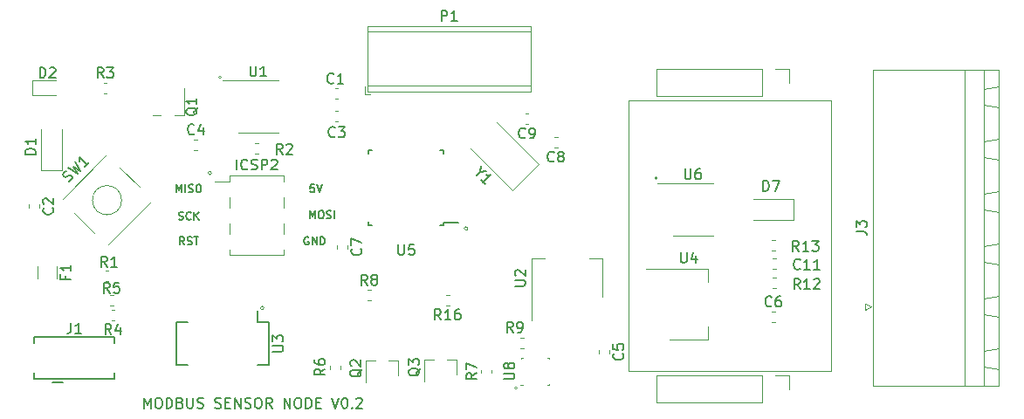
<source format=gbr>
G04 #@! TF.GenerationSoftware,KiCad,Pcbnew,(5.1.5)-3*
G04 #@! TF.CreationDate,2020-09-22T11:09:55+01:00*
G04 #@! TF.ProjectId,sensor_node_PCB,73656e73-6f72-45f6-9e6f-64655f504342,rev?*
G04 #@! TF.SameCoordinates,Original*
G04 #@! TF.FileFunction,Legend,Top*
G04 #@! TF.FilePolarity,Positive*
%FSLAX46Y46*%
G04 Gerber Fmt 4.6, Leading zero omitted, Abs format (unit mm)*
G04 Created by KiCad (PCBNEW (5.1.5)-3) date 2020-09-22 11:09:55*
%MOMM*%
%LPD*%
G04 APERTURE LIST*
%ADD10C,0.150000*%
%ADD11C,0.120000*%
%ADD12C,0.100000*%
G04 APERTURE END LIST*
D10*
X121762571Y-125674380D02*
X121762571Y-124674380D01*
X122095904Y-125388666D01*
X122429238Y-124674380D01*
X122429238Y-125674380D01*
X123095904Y-124674380D02*
X123286380Y-124674380D01*
X123381619Y-124722000D01*
X123476857Y-124817238D01*
X123524476Y-125007714D01*
X123524476Y-125341047D01*
X123476857Y-125531523D01*
X123381619Y-125626761D01*
X123286380Y-125674380D01*
X123095904Y-125674380D01*
X123000666Y-125626761D01*
X122905428Y-125531523D01*
X122857809Y-125341047D01*
X122857809Y-125007714D01*
X122905428Y-124817238D01*
X123000666Y-124722000D01*
X123095904Y-124674380D01*
X123953047Y-125674380D02*
X123953047Y-124674380D01*
X124191142Y-124674380D01*
X124334000Y-124722000D01*
X124429238Y-124817238D01*
X124476857Y-124912476D01*
X124524476Y-125102952D01*
X124524476Y-125245809D01*
X124476857Y-125436285D01*
X124429238Y-125531523D01*
X124334000Y-125626761D01*
X124191142Y-125674380D01*
X123953047Y-125674380D01*
X125286380Y-125150571D02*
X125429238Y-125198190D01*
X125476857Y-125245809D01*
X125524476Y-125341047D01*
X125524476Y-125483904D01*
X125476857Y-125579142D01*
X125429238Y-125626761D01*
X125334000Y-125674380D01*
X124953047Y-125674380D01*
X124953047Y-124674380D01*
X125286380Y-124674380D01*
X125381619Y-124722000D01*
X125429238Y-124769619D01*
X125476857Y-124864857D01*
X125476857Y-124960095D01*
X125429238Y-125055333D01*
X125381619Y-125102952D01*
X125286380Y-125150571D01*
X124953047Y-125150571D01*
X125953047Y-124674380D02*
X125953047Y-125483904D01*
X126000666Y-125579142D01*
X126048285Y-125626761D01*
X126143523Y-125674380D01*
X126334000Y-125674380D01*
X126429238Y-125626761D01*
X126476857Y-125579142D01*
X126524476Y-125483904D01*
X126524476Y-124674380D01*
X126953047Y-125626761D02*
X127095904Y-125674380D01*
X127334000Y-125674380D01*
X127429238Y-125626761D01*
X127476857Y-125579142D01*
X127524476Y-125483904D01*
X127524476Y-125388666D01*
X127476857Y-125293428D01*
X127429238Y-125245809D01*
X127334000Y-125198190D01*
X127143523Y-125150571D01*
X127048285Y-125102952D01*
X127000666Y-125055333D01*
X126953047Y-124960095D01*
X126953047Y-124864857D01*
X127000666Y-124769619D01*
X127048285Y-124722000D01*
X127143523Y-124674380D01*
X127381619Y-124674380D01*
X127524476Y-124722000D01*
X128667333Y-125626761D02*
X128810190Y-125674380D01*
X129048285Y-125674380D01*
X129143523Y-125626761D01*
X129191142Y-125579142D01*
X129238761Y-125483904D01*
X129238761Y-125388666D01*
X129191142Y-125293428D01*
X129143523Y-125245809D01*
X129048285Y-125198190D01*
X128857809Y-125150571D01*
X128762571Y-125102952D01*
X128714952Y-125055333D01*
X128667333Y-124960095D01*
X128667333Y-124864857D01*
X128714952Y-124769619D01*
X128762571Y-124722000D01*
X128857809Y-124674380D01*
X129095904Y-124674380D01*
X129238761Y-124722000D01*
X129667333Y-125150571D02*
X130000666Y-125150571D01*
X130143523Y-125674380D02*
X129667333Y-125674380D01*
X129667333Y-124674380D01*
X130143523Y-124674380D01*
X130572095Y-125674380D02*
X130572095Y-124674380D01*
X131143523Y-125674380D01*
X131143523Y-124674380D01*
X131572095Y-125626761D02*
X131714952Y-125674380D01*
X131953047Y-125674380D01*
X132048285Y-125626761D01*
X132095904Y-125579142D01*
X132143523Y-125483904D01*
X132143523Y-125388666D01*
X132095904Y-125293428D01*
X132048285Y-125245809D01*
X131953047Y-125198190D01*
X131762571Y-125150571D01*
X131667333Y-125102952D01*
X131619714Y-125055333D01*
X131572095Y-124960095D01*
X131572095Y-124864857D01*
X131619714Y-124769619D01*
X131667333Y-124722000D01*
X131762571Y-124674380D01*
X132000666Y-124674380D01*
X132143523Y-124722000D01*
X132762571Y-124674380D02*
X132953047Y-124674380D01*
X133048285Y-124722000D01*
X133143523Y-124817238D01*
X133191142Y-125007714D01*
X133191142Y-125341047D01*
X133143523Y-125531523D01*
X133048285Y-125626761D01*
X132953047Y-125674380D01*
X132762571Y-125674380D01*
X132667333Y-125626761D01*
X132572095Y-125531523D01*
X132524476Y-125341047D01*
X132524476Y-125007714D01*
X132572095Y-124817238D01*
X132667333Y-124722000D01*
X132762571Y-124674380D01*
X134191142Y-125674380D02*
X133857809Y-125198190D01*
X133619714Y-125674380D02*
X133619714Y-124674380D01*
X134000666Y-124674380D01*
X134095904Y-124722000D01*
X134143523Y-124769619D01*
X134191142Y-124864857D01*
X134191142Y-125007714D01*
X134143523Y-125102952D01*
X134095904Y-125150571D01*
X134000666Y-125198190D01*
X133619714Y-125198190D01*
X135381619Y-125674380D02*
X135381619Y-124674380D01*
X135953047Y-125674380D01*
X135953047Y-124674380D01*
X136619714Y-124674380D02*
X136810190Y-124674380D01*
X136905428Y-124722000D01*
X137000666Y-124817238D01*
X137048285Y-125007714D01*
X137048285Y-125341047D01*
X137000666Y-125531523D01*
X136905428Y-125626761D01*
X136810190Y-125674380D01*
X136619714Y-125674380D01*
X136524476Y-125626761D01*
X136429238Y-125531523D01*
X136381619Y-125341047D01*
X136381619Y-125007714D01*
X136429238Y-124817238D01*
X136524476Y-124722000D01*
X136619714Y-124674380D01*
X137476857Y-125674380D02*
X137476857Y-124674380D01*
X137714952Y-124674380D01*
X137857809Y-124722000D01*
X137953047Y-124817238D01*
X138000666Y-124912476D01*
X138048285Y-125102952D01*
X138048285Y-125245809D01*
X138000666Y-125436285D01*
X137953047Y-125531523D01*
X137857809Y-125626761D01*
X137714952Y-125674380D01*
X137476857Y-125674380D01*
X138476857Y-125150571D02*
X138810190Y-125150571D01*
X138953047Y-125674380D02*
X138476857Y-125674380D01*
X138476857Y-124674380D01*
X138953047Y-124674380D01*
X140000666Y-124674380D02*
X140334000Y-125674380D01*
X140667333Y-124674380D01*
X141191142Y-124674380D02*
X141286380Y-124674380D01*
X141381619Y-124722000D01*
X141429238Y-124769619D01*
X141476857Y-124864857D01*
X141524476Y-125055333D01*
X141524476Y-125293428D01*
X141476857Y-125483904D01*
X141429238Y-125579142D01*
X141381619Y-125626761D01*
X141286380Y-125674380D01*
X141191142Y-125674380D01*
X141095904Y-125626761D01*
X141048285Y-125579142D01*
X141000666Y-125483904D01*
X140953047Y-125293428D01*
X140953047Y-125055333D01*
X141000666Y-124864857D01*
X141048285Y-124769619D01*
X141095904Y-124722000D01*
X141191142Y-124674380D01*
X141953047Y-125579142D02*
X142000666Y-125626761D01*
X141953047Y-125674380D01*
X141905428Y-125626761D01*
X141953047Y-125579142D01*
X141953047Y-125674380D01*
X142381619Y-124769619D02*
X142429238Y-124722000D01*
X142524476Y-124674380D01*
X142762571Y-124674380D01*
X142857809Y-124722000D01*
X142905428Y-124769619D01*
X142953047Y-124864857D01*
X142953047Y-124960095D01*
X142905428Y-125102952D01*
X142334000Y-125674380D01*
X142953047Y-125674380D01*
D11*
X153179605Y-108250000D02*
G75*
G03X153179605Y-108250000I-179605J0D01*
G01*
X133402605Y-115951000D02*
G75*
G03X133402605Y-115951000I-179605J0D01*
G01*
X157988000Y-123698000D02*
G75*
G03X157988000Y-123698000I-127000J0D01*
G01*
X171577000Y-103378000D02*
G75*
G03X171577000Y-103378000I-127000J0D01*
G01*
X129286000Y-93599000D02*
G75*
G03X129286000Y-93599000I-127000J0D01*
G01*
D10*
X137731571Y-109099000D02*
X137660142Y-109063285D01*
X137553000Y-109063285D01*
X137445857Y-109099000D01*
X137374428Y-109170428D01*
X137338714Y-109241857D01*
X137303000Y-109384714D01*
X137303000Y-109491857D01*
X137338714Y-109634714D01*
X137374428Y-109706142D01*
X137445857Y-109777571D01*
X137553000Y-109813285D01*
X137624428Y-109813285D01*
X137731571Y-109777571D01*
X137767285Y-109741857D01*
X137767285Y-109491857D01*
X137624428Y-109491857D01*
X138088714Y-109813285D02*
X138088714Y-109063285D01*
X138517285Y-109813285D01*
X138517285Y-109063285D01*
X138874428Y-109813285D02*
X138874428Y-109063285D01*
X139053000Y-109063285D01*
X139160142Y-109099000D01*
X139231571Y-109170428D01*
X139267285Y-109241857D01*
X139303000Y-109384714D01*
X139303000Y-109491857D01*
X139267285Y-109634714D01*
X139231571Y-109706142D01*
X139160142Y-109777571D01*
X139053000Y-109813285D01*
X138874428Y-109813285D01*
X137886428Y-107273285D02*
X137886428Y-106523285D01*
X138136428Y-107059000D01*
X138386428Y-106523285D01*
X138386428Y-107273285D01*
X138886428Y-106523285D02*
X139029285Y-106523285D01*
X139100714Y-106559000D01*
X139172142Y-106630428D01*
X139207857Y-106773285D01*
X139207857Y-107023285D01*
X139172142Y-107166142D01*
X139100714Y-107237571D01*
X139029285Y-107273285D01*
X138886428Y-107273285D01*
X138815000Y-107237571D01*
X138743571Y-107166142D01*
X138707857Y-107023285D01*
X138707857Y-106773285D01*
X138743571Y-106630428D01*
X138815000Y-106559000D01*
X138886428Y-106523285D01*
X139493571Y-107237571D02*
X139600714Y-107273285D01*
X139779285Y-107273285D01*
X139850714Y-107237571D01*
X139886428Y-107201857D01*
X139922142Y-107130428D01*
X139922142Y-107059000D01*
X139886428Y-106987571D01*
X139850714Y-106951857D01*
X139779285Y-106916142D01*
X139636428Y-106880428D01*
X139565000Y-106844714D01*
X139529285Y-106809000D01*
X139493571Y-106737571D01*
X139493571Y-106666142D01*
X139529285Y-106594714D01*
X139565000Y-106559000D01*
X139636428Y-106523285D01*
X139815000Y-106523285D01*
X139922142Y-106559000D01*
X140243571Y-107273285D02*
X140243571Y-106523285D01*
X138287142Y-103983285D02*
X137930000Y-103983285D01*
X137894285Y-104340428D01*
X137930000Y-104304714D01*
X138001428Y-104269000D01*
X138180000Y-104269000D01*
X138251428Y-104304714D01*
X138287142Y-104340428D01*
X138322857Y-104411857D01*
X138322857Y-104590428D01*
X138287142Y-104661857D01*
X138251428Y-104697571D01*
X138180000Y-104733285D01*
X138001428Y-104733285D01*
X137930000Y-104697571D01*
X137894285Y-104661857D01*
X138537142Y-103983285D02*
X138787142Y-104733285D01*
X139037142Y-103983285D01*
X125700285Y-109813285D02*
X125450285Y-109456142D01*
X125271714Y-109813285D02*
X125271714Y-109063285D01*
X125557428Y-109063285D01*
X125628857Y-109099000D01*
X125664571Y-109134714D01*
X125700285Y-109206142D01*
X125700285Y-109313285D01*
X125664571Y-109384714D01*
X125628857Y-109420428D01*
X125557428Y-109456142D01*
X125271714Y-109456142D01*
X125986000Y-109777571D02*
X126093142Y-109813285D01*
X126271714Y-109813285D01*
X126343142Y-109777571D01*
X126378857Y-109741857D01*
X126414571Y-109670428D01*
X126414571Y-109599000D01*
X126378857Y-109527571D01*
X126343142Y-109491857D01*
X126271714Y-109456142D01*
X126128857Y-109420428D01*
X126057428Y-109384714D01*
X126021714Y-109349000D01*
X125986000Y-109277571D01*
X125986000Y-109206142D01*
X126021714Y-109134714D01*
X126057428Y-109099000D01*
X126128857Y-109063285D01*
X126307428Y-109063285D01*
X126414571Y-109099000D01*
X126628857Y-109063285D02*
X127057428Y-109063285D01*
X126843142Y-109813285D02*
X126843142Y-109063285D01*
X125146714Y-107364571D02*
X125253857Y-107400285D01*
X125432428Y-107400285D01*
X125503857Y-107364571D01*
X125539571Y-107328857D01*
X125575285Y-107257428D01*
X125575285Y-107186000D01*
X125539571Y-107114571D01*
X125503857Y-107078857D01*
X125432428Y-107043142D01*
X125289571Y-107007428D01*
X125218142Y-106971714D01*
X125182428Y-106936000D01*
X125146714Y-106864571D01*
X125146714Y-106793142D01*
X125182428Y-106721714D01*
X125218142Y-106686000D01*
X125289571Y-106650285D01*
X125468142Y-106650285D01*
X125575285Y-106686000D01*
X126325285Y-107328857D02*
X126289571Y-107364571D01*
X126182428Y-107400285D01*
X126111000Y-107400285D01*
X126003857Y-107364571D01*
X125932428Y-107293142D01*
X125896714Y-107221714D01*
X125861000Y-107078857D01*
X125861000Y-106971714D01*
X125896714Y-106828857D01*
X125932428Y-106757428D01*
X126003857Y-106686000D01*
X126111000Y-106650285D01*
X126182428Y-106650285D01*
X126289571Y-106686000D01*
X126325285Y-106721714D01*
X126646714Y-107400285D02*
X126646714Y-106650285D01*
X127075285Y-107400285D02*
X126753857Y-106971714D01*
X127075285Y-106650285D02*
X126646714Y-107078857D01*
X124932428Y-104733285D02*
X124932428Y-103983285D01*
X125182428Y-104519000D01*
X125432428Y-103983285D01*
X125432428Y-104733285D01*
X125789571Y-104733285D02*
X125789571Y-103983285D01*
X126111000Y-104697571D02*
X126218142Y-104733285D01*
X126396714Y-104733285D01*
X126468142Y-104697571D01*
X126503857Y-104661857D01*
X126539571Y-104590428D01*
X126539571Y-104519000D01*
X126503857Y-104447571D01*
X126468142Y-104411857D01*
X126396714Y-104376142D01*
X126253857Y-104340428D01*
X126182428Y-104304714D01*
X126146714Y-104269000D01*
X126111000Y-104197571D01*
X126111000Y-104126142D01*
X126146714Y-104054714D01*
X126182428Y-104019000D01*
X126253857Y-103983285D01*
X126432428Y-103983285D01*
X126539571Y-104019000D01*
X127003857Y-103983285D02*
X127146714Y-103983285D01*
X127218142Y-104019000D01*
X127289571Y-104090428D01*
X127325285Y-104233285D01*
X127325285Y-104483285D01*
X127289571Y-104626142D01*
X127218142Y-104697571D01*
X127146714Y-104733285D01*
X127003857Y-104733285D01*
X126932428Y-104697571D01*
X126861000Y-104626142D01*
X126825285Y-104483285D01*
X126825285Y-104233285D01*
X126861000Y-104090428D01*
X126932428Y-104019000D01*
X127003857Y-103983285D01*
D11*
X128322605Y-102870000D02*
G75*
G03X128322605Y-102870000I-179605J0D01*
G01*
D10*
X150825000Y-107925000D02*
X150825000Y-107700000D01*
X143575000Y-107925000D02*
X143575000Y-107600000D01*
X143575000Y-100675000D02*
X143575000Y-101000000D01*
X150825000Y-100675000D02*
X150825000Y-101000000D01*
X150825000Y-107925000D02*
X150500000Y-107925000D01*
X150825000Y-100675000D02*
X150500000Y-100675000D01*
X143575000Y-100675000D02*
X143900000Y-100675000D01*
X143575000Y-107925000D02*
X143900000Y-107925000D01*
X150825000Y-107700000D02*
X152250000Y-107700000D01*
D11*
X140617779Y-94641000D02*
X140292221Y-94641000D01*
X140617779Y-95661000D02*
X140292221Y-95661000D01*
X110590000Y-105924721D02*
X110590000Y-106250279D01*
X111610000Y-105924721D02*
X111610000Y-106250279D01*
X140292221Y-96800000D02*
X140617779Y-96800000D01*
X140292221Y-97820000D02*
X140617779Y-97820000D01*
X126649721Y-100610000D02*
X126975279Y-100610000D01*
X126649721Y-99590000D02*
X126975279Y-99590000D01*
X166910000Y-120049721D02*
X166910000Y-120375279D01*
X165890000Y-120049721D02*
X165890000Y-120375279D01*
X182649721Y-116290000D02*
X182975279Y-116290000D01*
X182649721Y-117310000D02*
X182975279Y-117310000D01*
X183050279Y-112143000D02*
X182724721Y-112143000D01*
X183050279Y-111123000D02*
X182724721Y-111123000D01*
X111800000Y-102550000D02*
X113800000Y-102550000D01*
X113800000Y-102550000D02*
X113800000Y-98650000D01*
X111800000Y-102550000D02*
X111800000Y-98650000D01*
X113212500Y-93865000D02*
X110927500Y-93865000D01*
X110927500Y-93865000D02*
X110927500Y-95335000D01*
X110927500Y-95335000D02*
X113212500Y-95335000D01*
X184800000Y-107400000D02*
X180900000Y-107400000D01*
X184800000Y-105400000D02*
X180900000Y-105400000D01*
X184800000Y-107400000D02*
X184800000Y-105400000D01*
X113310000Y-111897936D02*
X113310000Y-113102064D01*
X111490000Y-111897936D02*
X111490000Y-113102064D01*
X130108000Y-103092000D02*
X135308000Y-103092000D01*
X130108000Y-110832000D02*
X135308000Y-110832000D01*
X128668000Y-103662000D02*
X130108000Y-103662000D01*
X130108000Y-103092000D02*
X130108000Y-103662000D01*
X135308000Y-103092000D02*
X135308000Y-103662000D01*
X130108000Y-110262000D02*
X130108000Y-110832000D01*
X135308000Y-110262000D02*
X135308000Y-110832000D01*
X130108000Y-105182000D02*
X130108000Y-106202000D01*
X135308000Y-105182000D02*
X135308000Y-106202000D01*
X130108000Y-107722000D02*
X130108000Y-108742000D01*
X135308000Y-107722000D02*
X135308000Y-108742000D01*
X192490000Y-123530000D02*
X204710000Y-123530000D01*
X204710000Y-123530000D02*
X204710000Y-92830000D01*
X204710000Y-92830000D02*
X192490000Y-92830000D01*
X192490000Y-92830000D02*
X192490000Y-123530000D01*
X203210000Y-123530000D02*
X201410000Y-123530000D01*
X201410000Y-123530000D02*
X201410000Y-92830000D01*
X201410000Y-92830000D02*
X203210000Y-92830000D01*
X203210000Y-92830000D02*
X203210000Y-123530000D01*
X204710000Y-121880000D02*
X204710000Y-119880000D01*
X204710000Y-119880000D02*
X203210000Y-120130000D01*
X203210000Y-120130000D02*
X203210000Y-121630000D01*
X203210000Y-121630000D02*
X204710000Y-121880000D01*
X204710000Y-96480000D02*
X204710000Y-94480000D01*
X204710000Y-94480000D02*
X203210000Y-94730000D01*
X203210000Y-94730000D02*
X203210000Y-96230000D01*
X203210000Y-96230000D02*
X204710000Y-96480000D01*
X204710000Y-116800000D02*
X204710000Y-114800000D01*
X204710000Y-114800000D02*
X203210000Y-115050000D01*
X203210000Y-115050000D02*
X203210000Y-116550000D01*
X203210000Y-116550000D02*
X204710000Y-116800000D01*
X204710000Y-111720000D02*
X204710000Y-109720000D01*
X204710000Y-109720000D02*
X203210000Y-109970000D01*
X203210000Y-109970000D02*
X203210000Y-111470000D01*
X203210000Y-111470000D02*
X204710000Y-111720000D01*
X204710000Y-106640000D02*
X204710000Y-104640000D01*
X204710000Y-104640000D02*
X203210000Y-104890000D01*
X203210000Y-104890000D02*
X203210000Y-106390000D01*
X203210000Y-106390000D02*
X204710000Y-106640000D01*
X204710000Y-101560000D02*
X204710000Y-99560000D01*
X204710000Y-99560000D02*
X203210000Y-99810000D01*
X203210000Y-99810000D02*
X203210000Y-101310000D01*
X203210000Y-101310000D02*
X204710000Y-101560000D01*
X191690000Y-115500000D02*
X192290000Y-115800000D01*
X192290000Y-115800000D02*
X191690000Y-116100000D01*
X191690000Y-116100000D02*
X191690000Y-115500000D01*
X143440000Y-94400000D02*
X159260000Y-94400000D01*
X143440000Y-89100000D02*
X159260000Y-89100000D01*
X143440000Y-88640000D02*
X159260000Y-88640000D01*
X143440000Y-94960000D02*
X159260000Y-94960000D01*
X143440000Y-88640000D02*
X143440000Y-94960000D01*
X159260000Y-88640000D02*
X159260000Y-94960000D01*
X143200000Y-94460000D02*
X143200000Y-95200000D01*
X143200000Y-95200000D02*
X143700000Y-95200000D01*
X123422000Y-97271000D02*
X122622000Y-97271000D01*
X125672000Y-94671000D02*
X125672000Y-97271000D01*
X125672000Y-97271000D02*
X124722000Y-97271000D01*
X146430000Y-121040000D02*
X145500000Y-121040000D01*
X143270000Y-121040000D02*
X144200000Y-121040000D01*
X143270000Y-121040000D02*
X143270000Y-123200000D01*
X146430000Y-121040000D02*
X146430000Y-122500000D01*
X152080000Y-120940000D02*
X152080000Y-122400000D01*
X148920000Y-120940000D02*
X148920000Y-123100000D01*
X148920000Y-120940000D02*
X149850000Y-120940000D01*
X152080000Y-120940000D02*
X151150000Y-120940000D01*
X118350279Y-112290000D02*
X118024721Y-112290000D01*
X118350279Y-113310000D02*
X118024721Y-113310000D01*
X132549721Y-101010000D02*
X132875279Y-101010000D01*
X132549721Y-99990000D02*
X132875279Y-99990000D01*
X117849721Y-95110000D02*
X118175279Y-95110000D01*
X117849721Y-94090000D02*
X118175279Y-94090000D01*
X118933279Y-117124000D02*
X118607721Y-117124000D01*
X118933279Y-116104000D02*
X118607721Y-116104000D01*
X118806279Y-114679000D02*
X118480721Y-114679000D01*
X118806279Y-115699000D02*
X118480721Y-115699000D01*
X140810000Y-121850279D02*
X140810000Y-121524721D01*
X139790000Y-121850279D02*
X139790000Y-121524721D01*
X155510000Y-122262779D02*
X155510000Y-121937221D01*
X154490000Y-122262779D02*
X154490000Y-121937221D01*
X143449721Y-114190000D02*
X143775279Y-114190000D01*
X143449721Y-115210000D02*
X143775279Y-115210000D01*
X158633279Y-119890000D02*
X158307721Y-119890000D01*
X158633279Y-118870000D02*
X158307721Y-118870000D01*
X183075279Y-114010000D02*
X182749721Y-114010000D01*
X183075279Y-112990000D02*
X182749721Y-112990000D01*
X182691721Y-109345000D02*
X183017279Y-109345000D01*
X182691721Y-110365000D02*
X183017279Y-110365000D01*
X151375279Y-114690000D02*
X151049721Y-114690000D01*
X151375279Y-115710000D02*
X151049721Y-115710000D01*
X119603301Y-105492893D02*
G75*
G03X119603301Y-105492893I-1414214J0D01*
G01*
X118295153Y-109799174D02*
X122495368Y-105598959D01*
X113882807Y-105386827D02*
X118083021Y-101186613D01*
X116930437Y-108646589D02*
X115035391Y-106751543D01*
X119447737Y-102339197D02*
X121342784Y-104234243D01*
X132835000Y-93861000D02*
X129385000Y-93861000D01*
X132835000Y-93861000D02*
X134785000Y-93861000D01*
X132835000Y-98981000D02*
X130885000Y-98981000D01*
X132835000Y-98981000D02*
X134785000Y-98981000D01*
X166210000Y-111140000D02*
X164950000Y-111140000D01*
X159390000Y-111140000D02*
X160650000Y-111140000D01*
X166210000Y-114900000D02*
X166210000Y-111140000D01*
X159390000Y-117150000D02*
X159390000Y-111140000D01*
D10*
X132771000Y-117333000D02*
X133881000Y-117333000D01*
X133881000Y-121483000D02*
X132771000Y-121483000D01*
X124931000Y-121483000D02*
X126041000Y-121483000D01*
X124931000Y-117333000D02*
X126041000Y-117333000D01*
X133881000Y-117333000D02*
X133881000Y-121483000D01*
X124931000Y-117333000D02*
X124931000Y-121483000D01*
X132771000Y-117333000D02*
X132771000Y-116208000D01*
D11*
X170500000Y-112190000D02*
X176510000Y-112190000D01*
X172750000Y-119010000D02*
X176510000Y-119010000D01*
X176510000Y-112190000D02*
X176510000Y-113450000D01*
X176510000Y-119010000D02*
X176510000Y-117750000D01*
X175000000Y-108960000D02*
X176950000Y-108960000D01*
X175000000Y-108960000D02*
X173050000Y-108960000D01*
X175000000Y-103840000D02*
X176950000Y-103840000D01*
X175000000Y-103840000D02*
X171550000Y-103840000D01*
D12*
X161060000Y-123450000D02*
X161060000Y-123300000D01*
X161050000Y-123450000D02*
X160900000Y-123450000D01*
X161050000Y-120750000D02*
X160900000Y-120750000D01*
X161050000Y-120750000D02*
X161050000Y-120900000D01*
X158350000Y-120900000D02*
X158350000Y-120750000D01*
X158350000Y-120750000D02*
X158500000Y-120750000D01*
X158500000Y-123450000D02*
X158250000Y-123450000D01*
D11*
X153465519Y-100509004D02*
X157531383Y-104574868D01*
X157531383Y-104574868D02*
X160076968Y-102029283D01*
X160076968Y-102029283D02*
X156011104Y-97963419D01*
X171510000Y-92770000D02*
X171510000Y-95430000D01*
X181730000Y-92770000D02*
X171510000Y-92770000D01*
X181730000Y-95430000D02*
X171510000Y-95430000D01*
X181730000Y-92770000D02*
X181730000Y-95430000D01*
X183000000Y-92770000D02*
X184330000Y-92770000D01*
X184330000Y-92770000D02*
X184330000Y-94100000D01*
X181730000Y-122470000D02*
X181730000Y-125130000D01*
X181730000Y-125130000D02*
X171510000Y-125130000D01*
X181730000Y-122470000D02*
X171510000Y-122470000D01*
X183000000Y-122470000D02*
X184330000Y-122470000D01*
X184330000Y-122470000D02*
X184330000Y-123800000D01*
X171510000Y-122470000D02*
X171510000Y-125130000D01*
X188400000Y-95800000D02*
X188400000Y-122100000D01*
X188400000Y-122100000D02*
X168800000Y-122100000D01*
X168800000Y-122100000D02*
X168800000Y-95800000D01*
X168800000Y-95800000D02*
X188400000Y-95800000D01*
D10*
X112924000Y-123138000D02*
X113924000Y-123138000D01*
X111124000Y-118738000D02*
X118924000Y-118738000D01*
X111124000Y-122238000D02*
X111124000Y-122838000D01*
X111124000Y-122838000D02*
X118924000Y-122838000D01*
X118924000Y-122838000D02*
X118924000Y-122238000D01*
X111124000Y-119338000D02*
X111124000Y-118738000D01*
X118924000Y-118738000D02*
X118924000Y-119338000D01*
D11*
X141510000Y-109874721D02*
X141510000Y-110200279D01*
X140490000Y-109874721D02*
X140490000Y-110200279D01*
X161875279Y-100410000D02*
X161549721Y-100410000D01*
X161875279Y-99390000D02*
X161549721Y-99390000D01*
X159075279Y-97090000D02*
X158749721Y-97090000D01*
X159075279Y-98110000D02*
X158749721Y-98110000D01*
D10*
X146438095Y-109802380D02*
X146438095Y-110611904D01*
X146485714Y-110707142D01*
X146533333Y-110754761D01*
X146628571Y-110802380D01*
X146819047Y-110802380D01*
X146914285Y-110754761D01*
X146961904Y-110707142D01*
X147009523Y-110611904D01*
X147009523Y-109802380D01*
X147961904Y-109802380D02*
X147485714Y-109802380D01*
X147438095Y-110278571D01*
X147485714Y-110230952D01*
X147580952Y-110183333D01*
X147819047Y-110183333D01*
X147914285Y-110230952D01*
X147961904Y-110278571D01*
X148009523Y-110373809D01*
X148009523Y-110611904D01*
X147961904Y-110707142D01*
X147914285Y-110754761D01*
X147819047Y-110802380D01*
X147580952Y-110802380D01*
X147485714Y-110754761D01*
X147438095Y-110707142D01*
X140168333Y-94083142D02*
X140120714Y-94130761D01*
X139977857Y-94178380D01*
X139882619Y-94178380D01*
X139739761Y-94130761D01*
X139644523Y-94035523D01*
X139596904Y-93940285D01*
X139549285Y-93749809D01*
X139549285Y-93606952D01*
X139596904Y-93416476D01*
X139644523Y-93321238D01*
X139739761Y-93226000D01*
X139882619Y-93178380D01*
X139977857Y-93178380D01*
X140120714Y-93226000D01*
X140168333Y-93273619D01*
X141120714Y-94178380D02*
X140549285Y-94178380D01*
X140835000Y-94178380D02*
X140835000Y-93178380D01*
X140739761Y-93321238D01*
X140644523Y-93416476D01*
X140549285Y-93464095D01*
X112887142Y-106254166D02*
X112934761Y-106301785D01*
X112982380Y-106444642D01*
X112982380Y-106539880D01*
X112934761Y-106682738D01*
X112839523Y-106777976D01*
X112744285Y-106825595D01*
X112553809Y-106873214D01*
X112410952Y-106873214D01*
X112220476Y-106825595D01*
X112125238Y-106777976D01*
X112030000Y-106682738D01*
X111982380Y-106539880D01*
X111982380Y-106444642D01*
X112030000Y-106301785D01*
X112077619Y-106254166D01*
X112077619Y-105873214D02*
X112030000Y-105825595D01*
X111982380Y-105730357D01*
X111982380Y-105492261D01*
X112030000Y-105397023D01*
X112077619Y-105349404D01*
X112172857Y-105301785D01*
X112268095Y-105301785D01*
X112410952Y-105349404D01*
X112982380Y-105920833D01*
X112982380Y-105301785D01*
X140288333Y-99290142D02*
X140240714Y-99337761D01*
X140097857Y-99385380D01*
X140002619Y-99385380D01*
X139859761Y-99337761D01*
X139764523Y-99242523D01*
X139716904Y-99147285D01*
X139669285Y-98956809D01*
X139669285Y-98813952D01*
X139716904Y-98623476D01*
X139764523Y-98528238D01*
X139859761Y-98433000D01*
X140002619Y-98385380D01*
X140097857Y-98385380D01*
X140240714Y-98433000D01*
X140288333Y-98480619D01*
X140621666Y-98385380D02*
X141240714Y-98385380D01*
X140907380Y-98766333D01*
X141050238Y-98766333D01*
X141145476Y-98813952D01*
X141193095Y-98861571D01*
X141240714Y-98956809D01*
X141240714Y-99194904D01*
X141193095Y-99290142D01*
X141145476Y-99337761D01*
X141050238Y-99385380D01*
X140764523Y-99385380D01*
X140669285Y-99337761D01*
X140621666Y-99290142D01*
X126645833Y-99027142D02*
X126598214Y-99074761D01*
X126455357Y-99122380D01*
X126360119Y-99122380D01*
X126217261Y-99074761D01*
X126122023Y-98979523D01*
X126074404Y-98884285D01*
X126026785Y-98693809D01*
X126026785Y-98550952D01*
X126074404Y-98360476D01*
X126122023Y-98265238D01*
X126217261Y-98170000D01*
X126360119Y-98122380D01*
X126455357Y-98122380D01*
X126598214Y-98170000D01*
X126645833Y-98217619D01*
X127502976Y-98455714D02*
X127502976Y-99122380D01*
X127264880Y-98074761D02*
X127026785Y-98789047D01*
X127645833Y-98789047D01*
X168187142Y-120379166D02*
X168234761Y-120426785D01*
X168282380Y-120569642D01*
X168282380Y-120664880D01*
X168234761Y-120807738D01*
X168139523Y-120902976D01*
X168044285Y-120950595D01*
X167853809Y-120998214D01*
X167710952Y-120998214D01*
X167520476Y-120950595D01*
X167425238Y-120902976D01*
X167330000Y-120807738D01*
X167282380Y-120664880D01*
X167282380Y-120569642D01*
X167330000Y-120426785D01*
X167377619Y-120379166D01*
X167282380Y-119474404D02*
X167282380Y-119950595D01*
X167758571Y-119998214D01*
X167710952Y-119950595D01*
X167663333Y-119855357D01*
X167663333Y-119617261D01*
X167710952Y-119522023D01*
X167758571Y-119474404D01*
X167853809Y-119426785D01*
X168091904Y-119426785D01*
X168187142Y-119474404D01*
X168234761Y-119522023D01*
X168282380Y-119617261D01*
X168282380Y-119855357D01*
X168234761Y-119950595D01*
X168187142Y-119998214D01*
X182645833Y-115727142D02*
X182598214Y-115774761D01*
X182455357Y-115822380D01*
X182360119Y-115822380D01*
X182217261Y-115774761D01*
X182122023Y-115679523D01*
X182074404Y-115584285D01*
X182026785Y-115393809D01*
X182026785Y-115250952D01*
X182074404Y-115060476D01*
X182122023Y-114965238D01*
X182217261Y-114870000D01*
X182360119Y-114822380D01*
X182455357Y-114822380D01*
X182598214Y-114870000D01*
X182645833Y-114917619D01*
X183502976Y-114822380D02*
X183312500Y-114822380D01*
X183217261Y-114870000D01*
X183169642Y-114917619D01*
X183074404Y-115060476D01*
X183026785Y-115250952D01*
X183026785Y-115631904D01*
X183074404Y-115727142D01*
X183122023Y-115774761D01*
X183217261Y-115822380D01*
X183407738Y-115822380D01*
X183502976Y-115774761D01*
X183550595Y-115727142D01*
X183598214Y-115631904D01*
X183598214Y-115393809D01*
X183550595Y-115298571D01*
X183502976Y-115250952D01*
X183407738Y-115203333D01*
X183217261Y-115203333D01*
X183122023Y-115250952D01*
X183074404Y-115298571D01*
X183026785Y-115393809D01*
X185412142Y-112117142D02*
X185364523Y-112164761D01*
X185221666Y-112212380D01*
X185126428Y-112212380D01*
X184983571Y-112164761D01*
X184888333Y-112069523D01*
X184840714Y-111974285D01*
X184793095Y-111783809D01*
X184793095Y-111640952D01*
X184840714Y-111450476D01*
X184888333Y-111355238D01*
X184983571Y-111260000D01*
X185126428Y-111212380D01*
X185221666Y-111212380D01*
X185364523Y-111260000D01*
X185412142Y-111307619D01*
X186364523Y-112212380D02*
X185793095Y-112212380D01*
X186078809Y-112212380D02*
X186078809Y-111212380D01*
X185983571Y-111355238D01*
X185888333Y-111450476D01*
X185793095Y-111498095D01*
X187316904Y-112212380D02*
X186745476Y-112212380D01*
X187031190Y-112212380D02*
X187031190Y-111212380D01*
X186935952Y-111355238D01*
X186840714Y-111450476D01*
X186745476Y-111498095D01*
X111252380Y-101038095D02*
X110252380Y-101038095D01*
X110252380Y-100800000D01*
X110300000Y-100657142D01*
X110395238Y-100561904D01*
X110490476Y-100514285D01*
X110680952Y-100466666D01*
X110823809Y-100466666D01*
X111014285Y-100514285D01*
X111109523Y-100561904D01*
X111204761Y-100657142D01*
X111252380Y-100800000D01*
X111252380Y-101038095D01*
X111252380Y-99514285D02*
X111252380Y-100085714D01*
X111252380Y-99800000D02*
X110252380Y-99800000D01*
X110395238Y-99895238D01*
X110490476Y-99990476D01*
X110538095Y-100085714D01*
X111674404Y-93622380D02*
X111674404Y-92622380D01*
X111912500Y-92622380D01*
X112055357Y-92670000D01*
X112150595Y-92765238D01*
X112198214Y-92860476D01*
X112245833Y-93050952D01*
X112245833Y-93193809D01*
X112198214Y-93384285D01*
X112150595Y-93479523D01*
X112055357Y-93574761D01*
X111912500Y-93622380D01*
X111674404Y-93622380D01*
X112626785Y-92717619D02*
X112674404Y-92670000D01*
X112769642Y-92622380D01*
X113007738Y-92622380D01*
X113102976Y-92670000D01*
X113150595Y-92717619D01*
X113198214Y-92812857D01*
X113198214Y-92908095D01*
X113150595Y-93050952D01*
X112579166Y-93622380D01*
X113198214Y-93622380D01*
X181811904Y-104592380D02*
X181811904Y-103592380D01*
X182050000Y-103592380D01*
X182192857Y-103640000D01*
X182288095Y-103735238D01*
X182335714Y-103830476D01*
X182383333Y-104020952D01*
X182383333Y-104163809D01*
X182335714Y-104354285D01*
X182288095Y-104449523D01*
X182192857Y-104544761D01*
X182050000Y-104592380D01*
X181811904Y-104592380D01*
X182716666Y-103592380D02*
X183383333Y-103592380D01*
X182954761Y-104592380D01*
X114148571Y-112833333D02*
X114148571Y-113166666D01*
X114672380Y-113166666D02*
X113672380Y-113166666D01*
X113672380Y-112690476D01*
X114672380Y-111785714D02*
X114672380Y-112357142D01*
X114672380Y-112071428D02*
X113672380Y-112071428D01*
X113815238Y-112166666D01*
X113910476Y-112261904D01*
X113958095Y-112357142D01*
X130755619Y-102544380D02*
X130755619Y-101544380D01*
X131803238Y-102449142D02*
X131755619Y-102496761D01*
X131612761Y-102544380D01*
X131517523Y-102544380D01*
X131374666Y-102496761D01*
X131279428Y-102401523D01*
X131231809Y-102306285D01*
X131184190Y-102115809D01*
X131184190Y-101972952D01*
X131231809Y-101782476D01*
X131279428Y-101687238D01*
X131374666Y-101592000D01*
X131517523Y-101544380D01*
X131612761Y-101544380D01*
X131755619Y-101592000D01*
X131803238Y-101639619D01*
X132184190Y-102496761D02*
X132327047Y-102544380D01*
X132565142Y-102544380D01*
X132660380Y-102496761D01*
X132708000Y-102449142D01*
X132755619Y-102353904D01*
X132755619Y-102258666D01*
X132708000Y-102163428D01*
X132660380Y-102115809D01*
X132565142Y-102068190D01*
X132374666Y-102020571D01*
X132279428Y-101972952D01*
X132231809Y-101925333D01*
X132184190Y-101830095D01*
X132184190Y-101734857D01*
X132231809Y-101639619D01*
X132279428Y-101592000D01*
X132374666Y-101544380D01*
X132612761Y-101544380D01*
X132755619Y-101592000D01*
X133184190Y-102544380D02*
X133184190Y-101544380D01*
X133565142Y-101544380D01*
X133660380Y-101592000D01*
X133708000Y-101639619D01*
X133755619Y-101734857D01*
X133755619Y-101877714D01*
X133708000Y-101972952D01*
X133660380Y-102020571D01*
X133565142Y-102068190D01*
X133184190Y-102068190D01*
X134136571Y-101639619D02*
X134184190Y-101592000D01*
X134279428Y-101544380D01*
X134517523Y-101544380D01*
X134612761Y-101592000D01*
X134660380Y-101639619D01*
X134708000Y-101734857D01*
X134708000Y-101830095D01*
X134660380Y-101972952D01*
X134088952Y-102544380D01*
X134708000Y-102544380D01*
X190852380Y-108513333D02*
X191566666Y-108513333D01*
X191709523Y-108560952D01*
X191804761Y-108656190D01*
X191852380Y-108799047D01*
X191852380Y-108894285D01*
X190852380Y-108132380D02*
X190852380Y-107513333D01*
X191233333Y-107846666D01*
X191233333Y-107703809D01*
X191280952Y-107608571D01*
X191328571Y-107560952D01*
X191423809Y-107513333D01*
X191661904Y-107513333D01*
X191757142Y-107560952D01*
X191804761Y-107608571D01*
X191852380Y-107703809D01*
X191852380Y-107989523D01*
X191804761Y-108084761D01*
X191757142Y-108132380D01*
X150611904Y-88092380D02*
X150611904Y-87092380D01*
X150992857Y-87092380D01*
X151088095Y-87140000D01*
X151135714Y-87187619D01*
X151183333Y-87282857D01*
X151183333Y-87425714D01*
X151135714Y-87520952D01*
X151088095Y-87568571D01*
X150992857Y-87616190D01*
X150611904Y-87616190D01*
X152135714Y-88092380D02*
X151564285Y-88092380D01*
X151850000Y-88092380D02*
X151850000Y-87092380D01*
X151754761Y-87235238D01*
X151659523Y-87330476D01*
X151564285Y-87378095D01*
X126969619Y-96516238D02*
X126922000Y-96611476D01*
X126826761Y-96706714D01*
X126683904Y-96849571D01*
X126636285Y-96944809D01*
X126636285Y-97040047D01*
X126874380Y-96992428D02*
X126826761Y-97087666D01*
X126731523Y-97182904D01*
X126541047Y-97230523D01*
X126207714Y-97230523D01*
X126017238Y-97182904D01*
X125922000Y-97087666D01*
X125874380Y-96992428D01*
X125874380Y-96801952D01*
X125922000Y-96706714D01*
X126017238Y-96611476D01*
X126207714Y-96563857D01*
X126541047Y-96563857D01*
X126731523Y-96611476D01*
X126826761Y-96706714D01*
X126874380Y-96801952D01*
X126874380Y-96992428D01*
X126874380Y-95611476D02*
X126874380Y-96182904D01*
X126874380Y-95897190D02*
X125874380Y-95897190D01*
X126017238Y-95992428D01*
X126112476Y-96087666D01*
X126160095Y-96182904D01*
X142897619Y-121895238D02*
X142850000Y-121990476D01*
X142754761Y-122085714D01*
X142611904Y-122228571D01*
X142564285Y-122323809D01*
X142564285Y-122419047D01*
X142802380Y-122371428D02*
X142754761Y-122466666D01*
X142659523Y-122561904D01*
X142469047Y-122609523D01*
X142135714Y-122609523D01*
X141945238Y-122561904D01*
X141850000Y-122466666D01*
X141802380Y-122371428D01*
X141802380Y-122180952D01*
X141850000Y-122085714D01*
X141945238Y-121990476D01*
X142135714Y-121942857D01*
X142469047Y-121942857D01*
X142659523Y-121990476D01*
X142754761Y-122085714D01*
X142802380Y-122180952D01*
X142802380Y-122371428D01*
X141897619Y-121561904D02*
X141850000Y-121514285D01*
X141802380Y-121419047D01*
X141802380Y-121180952D01*
X141850000Y-121085714D01*
X141897619Y-121038095D01*
X141992857Y-120990476D01*
X142088095Y-120990476D01*
X142230952Y-121038095D01*
X142802380Y-121609523D01*
X142802380Y-120990476D01*
X148547619Y-121795238D02*
X148500000Y-121890476D01*
X148404761Y-121985714D01*
X148261904Y-122128571D01*
X148214285Y-122223809D01*
X148214285Y-122319047D01*
X148452380Y-122271428D02*
X148404761Y-122366666D01*
X148309523Y-122461904D01*
X148119047Y-122509523D01*
X147785714Y-122509523D01*
X147595238Y-122461904D01*
X147500000Y-122366666D01*
X147452380Y-122271428D01*
X147452380Y-122080952D01*
X147500000Y-121985714D01*
X147595238Y-121890476D01*
X147785714Y-121842857D01*
X148119047Y-121842857D01*
X148309523Y-121890476D01*
X148404761Y-121985714D01*
X148452380Y-122080952D01*
X148452380Y-122271428D01*
X147452380Y-121509523D02*
X147452380Y-120890476D01*
X147833333Y-121223809D01*
X147833333Y-121080952D01*
X147880952Y-120985714D01*
X147928571Y-120938095D01*
X148023809Y-120890476D01*
X148261904Y-120890476D01*
X148357142Y-120938095D01*
X148404761Y-120985714D01*
X148452380Y-121080952D01*
X148452380Y-121366666D01*
X148404761Y-121461904D01*
X148357142Y-121509523D01*
X118197333Y-111958380D02*
X117864000Y-111482190D01*
X117625904Y-111958380D02*
X117625904Y-110958380D01*
X118006857Y-110958380D01*
X118102095Y-111006000D01*
X118149714Y-111053619D01*
X118197333Y-111148857D01*
X118197333Y-111291714D01*
X118149714Y-111386952D01*
X118102095Y-111434571D01*
X118006857Y-111482190D01*
X117625904Y-111482190D01*
X119149714Y-111958380D02*
X118578285Y-111958380D01*
X118864000Y-111958380D02*
X118864000Y-110958380D01*
X118768761Y-111101238D01*
X118673523Y-111196476D01*
X118578285Y-111244095D01*
X135215333Y-101036380D02*
X134882000Y-100560190D01*
X134643904Y-101036380D02*
X134643904Y-100036380D01*
X135024857Y-100036380D01*
X135120095Y-100084000D01*
X135167714Y-100131619D01*
X135215333Y-100226857D01*
X135215333Y-100369714D01*
X135167714Y-100464952D01*
X135120095Y-100512571D01*
X135024857Y-100560190D01*
X134643904Y-100560190D01*
X135596285Y-100131619D02*
X135643904Y-100084000D01*
X135739142Y-100036380D01*
X135977238Y-100036380D01*
X136072476Y-100084000D01*
X136120095Y-100131619D01*
X136167714Y-100226857D01*
X136167714Y-100322095D01*
X136120095Y-100464952D01*
X135548666Y-101036380D01*
X136167714Y-101036380D01*
X117845833Y-93622380D02*
X117512500Y-93146190D01*
X117274404Y-93622380D02*
X117274404Y-92622380D01*
X117655357Y-92622380D01*
X117750595Y-92670000D01*
X117798214Y-92717619D01*
X117845833Y-92812857D01*
X117845833Y-92955714D01*
X117798214Y-93050952D01*
X117750595Y-93098571D01*
X117655357Y-93146190D01*
X117274404Y-93146190D01*
X118179166Y-92622380D02*
X118798214Y-92622380D01*
X118464880Y-93003333D01*
X118607738Y-93003333D01*
X118702976Y-93050952D01*
X118750595Y-93098571D01*
X118798214Y-93193809D01*
X118798214Y-93431904D01*
X118750595Y-93527142D01*
X118702976Y-93574761D01*
X118607738Y-93622380D01*
X118322023Y-93622380D01*
X118226785Y-93574761D01*
X118179166Y-93527142D01*
X118603833Y-118496380D02*
X118270500Y-118020190D01*
X118032404Y-118496380D02*
X118032404Y-117496380D01*
X118413357Y-117496380D01*
X118508595Y-117544000D01*
X118556214Y-117591619D01*
X118603833Y-117686857D01*
X118603833Y-117829714D01*
X118556214Y-117924952D01*
X118508595Y-117972571D01*
X118413357Y-118020190D01*
X118032404Y-118020190D01*
X119460976Y-117829714D02*
X119460976Y-118496380D01*
X119222880Y-117448761D02*
X118984785Y-118163047D01*
X119603833Y-118163047D01*
X118451333Y-114498380D02*
X118118000Y-114022190D01*
X117879904Y-114498380D02*
X117879904Y-113498380D01*
X118260857Y-113498380D01*
X118356095Y-113546000D01*
X118403714Y-113593619D01*
X118451333Y-113688857D01*
X118451333Y-113831714D01*
X118403714Y-113926952D01*
X118356095Y-113974571D01*
X118260857Y-114022190D01*
X117879904Y-114022190D01*
X119356095Y-113498380D02*
X118879904Y-113498380D01*
X118832285Y-113974571D01*
X118879904Y-113926952D01*
X118975142Y-113879333D01*
X119213238Y-113879333D01*
X119308476Y-113926952D01*
X119356095Y-113974571D01*
X119403714Y-114069809D01*
X119403714Y-114307904D01*
X119356095Y-114403142D01*
X119308476Y-114450761D01*
X119213238Y-114498380D01*
X118975142Y-114498380D01*
X118879904Y-114450761D01*
X118832285Y-114403142D01*
X139322380Y-121854166D02*
X138846190Y-122187500D01*
X139322380Y-122425595D02*
X138322380Y-122425595D01*
X138322380Y-122044642D01*
X138370000Y-121949404D01*
X138417619Y-121901785D01*
X138512857Y-121854166D01*
X138655714Y-121854166D01*
X138750952Y-121901785D01*
X138798571Y-121949404D01*
X138846190Y-122044642D01*
X138846190Y-122425595D01*
X138322380Y-120997023D02*
X138322380Y-121187500D01*
X138370000Y-121282738D01*
X138417619Y-121330357D01*
X138560476Y-121425595D01*
X138750952Y-121473214D01*
X139131904Y-121473214D01*
X139227142Y-121425595D01*
X139274761Y-121377976D01*
X139322380Y-121282738D01*
X139322380Y-121092261D01*
X139274761Y-120997023D01*
X139227142Y-120949404D01*
X139131904Y-120901785D01*
X138893809Y-120901785D01*
X138798571Y-120949404D01*
X138750952Y-120997023D01*
X138703333Y-121092261D01*
X138703333Y-121282738D01*
X138750952Y-121377976D01*
X138798571Y-121425595D01*
X138893809Y-121473214D01*
X154022380Y-122266666D02*
X153546190Y-122600000D01*
X154022380Y-122838095D02*
X153022380Y-122838095D01*
X153022380Y-122457142D01*
X153070000Y-122361904D01*
X153117619Y-122314285D01*
X153212857Y-122266666D01*
X153355714Y-122266666D01*
X153450952Y-122314285D01*
X153498571Y-122361904D01*
X153546190Y-122457142D01*
X153546190Y-122838095D01*
X153022380Y-121933333D02*
X153022380Y-121266666D01*
X154022380Y-121695238D01*
X143445833Y-113722380D02*
X143112500Y-113246190D01*
X142874404Y-113722380D02*
X142874404Y-112722380D01*
X143255357Y-112722380D01*
X143350595Y-112770000D01*
X143398214Y-112817619D01*
X143445833Y-112912857D01*
X143445833Y-113055714D01*
X143398214Y-113150952D01*
X143350595Y-113198571D01*
X143255357Y-113246190D01*
X142874404Y-113246190D01*
X144017261Y-113150952D02*
X143922023Y-113103333D01*
X143874404Y-113055714D01*
X143826785Y-112960476D01*
X143826785Y-112912857D01*
X143874404Y-112817619D01*
X143922023Y-112770000D01*
X144017261Y-112722380D01*
X144207738Y-112722380D01*
X144302976Y-112770000D01*
X144350595Y-112817619D01*
X144398214Y-112912857D01*
X144398214Y-112960476D01*
X144350595Y-113055714D01*
X144302976Y-113103333D01*
X144207738Y-113150952D01*
X144017261Y-113150952D01*
X143922023Y-113198571D01*
X143874404Y-113246190D01*
X143826785Y-113341428D01*
X143826785Y-113531904D01*
X143874404Y-113627142D01*
X143922023Y-113674761D01*
X144017261Y-113722380D01*
X144207738Y-113722380D01*
X144302976Y-113674761D01*
X144350595Y-113627142D01*
X144398214Y-113531904D01*
X144398214Y-113341428D01*
X144350595Y-113246190D01*
X144302976Y-113198571D01*
X144207738Y-113150952D01*
X157567333Y-118308380D02*
X157234000Y-117832190D01*
X156995904Y-118308380D02*
X156995904Y-117308380D01*
X157376857Y-117308380D01*
X157472095Y-117356000D01*
X157519714Y-117403619D01*
X157567333Y-117498857D01*
X157567333Y-117641714D01*
X157519714Y-117736952D01*
X157472095Y-117784571D01*
X157376857Y-117832190D01*
X156995904Y-117832190D01*
X158043523Y-118308380D02*
X158234000Y-118308380D01*
X158329238Y-118260761D01*
X158376857Y-118213142D01*
X158472095Y-118070285D01*
X158519714Y-117879809D01*
X158519714Y-117498857D01*
X158472095Y-117403619D01*
X158424476Y-117356000D01*
X158329238Y-117308380D01*
X158138761Y-117308380D01*
X158043523Y-117356000D01*
X157995904Y-117403619D01*
X157948285Y-117498857D01*
X157948285Y-117736952D01*
X157995904Y-117832190D01*
X158043523Y-117879809D01*
X158138761Y-117927428D01*
X158329238Y-117927428D01*
X158424476Y-117879809D01*
X158472095Y-117832190D01*
X158519714Y-117736952D01*
X185412142Y-114117380D02*
X185078809Y-113641190D01*
X184840714Y-114117380D02*
X184840714Y-113117380D01*
X185221666Y-113117380D01*
X185316904Y-113165000D01*
X185364523Y-113212619D01*
X185412142Y-113307857D01*
X185412142Y-113450714D01*
X185364523Y-113545952D01*
X185316904Y-113593571D01*
X185221666Y-113641190D01*
X184840714Y-113641190D01*
X186364523Y-114117380D02*
X185793095Y-114117380D01*
X186078809Y-114117380D02*
X186078809Y-113117380D01*
X185983571Y-113260238D01*
X185888333Y-113355476D01*
X185793095Y-113403095D01*
X186745476Y-113212619D02*
X186793095Y-113165000D01*
X186888333Y-113117380D01*
X187126428Y-113117380D01*
X187221666Y-113165000D01*
X187269285Y-113212619D01*
X187316904Y-113307857D01*
X187316904Y-113403095D01*
X187269285Y-113545952D01*
X186697857Y-114117380D01*
X187316904Y-114117380D01*
X185285142Y-110434380D02*
X184951809Y-109958190D01*
X184713714Y-110434380D02*
X184713714Y-109434380D01*
X185094666Y-109434380D01*
X185189904Y-109482000D01*
X185237523Y-109529619D01*
X185285142Y-109624857D01*
X185285142Y-109767714D01*
X185237523Y-109862952D01*
X185189904Y-109910571D01*
X185094666Y-109958190D01*
X184713714Y-109958190D01*
X186237523Y-110434380D02*
X185666095Y-110434380D01*
X185951809Y-110434380D02*
X185951809Y-109434380D01*
X185856571Y-109577238D01*
X185761333Y-109672476D01*
X185666095Y-109720095D01*
X186570857Y-109434380D02*
X187189904Y-109434380D01*
X186856571Y-109815333D01*
X186999428Y-109815333D01*
X187094666Y-109862952D01*
X187142285Y-109910571D01*
X187189904Y-110005809D01*
X187189904Y-110243904D01*
X187142285Y-110339142D01*
X187094666Y-110386761D01*
X186999428Y-110434380D01*
X186713714Y-110434380D01*
X186618476Y-110386761D01*
X186570857Y-110339142D01*
X150569642Y-117082380D02*
X150236309Y-116606190D01*
X149998214Y-117082380D02*
X149998214Y-116082380D01*
X150379166Y-116082380D01*
X150474404Y-116130000D01*
X150522023Y-116177619D01*
X150569642Y-116272857D01*
X150569642Y-116415714D01*
X150522023Y-116510952D01*
X150474404Y-116558571D01*
X150379166Y-116606190D01*
X149998214Y-116606190D01*
X151522023Y-117082380D02*
X150950595Y-117082380D01*
X151236309Y-117082380D02*
X151236309Y-116082380D01*
X151141071Y-116225238D01*
X151045833Y-116320476D01*
X150950595Y-116368095D01*
X152379166Y-116082380D02*
X152188690Y-116082380D01*
X152093452Y-116130000D01*
X152045833Y-116177619D01*
X151950595Y-116320476D01*
X151902976Y-116510952D01*
X151902976Y-116891904D01*
X151950595Y-116987142D01*
X151998214Y-117034761D01*
X152093452Y-117082380D01*
X152283928Y-117082380D01*
X152379166Y-117034761D01*
X152426785Y-116987142D01*
X152474404Y-116891904D01*
X152474404Y-116653809D01*
X152426785Y-116558571D01*
X152379166Y-116510952D01*
X152283928Y-116463333D01*
X152093452Y-116463333D01*
X151998214Y-116510952D01*
X151950595Y-116558571D01*
X151902976Y-116653809D01*
X114491928Y-103681352D02*
X114626615Y-103614009D01*
X114794974Y-103445650D01*
X114828646Y-103344635D01*
X114828646Y-103277291D01*
X114794974Y-103176276D01*
X114727631Y-103108933D01*
X114626615Y-103075261D01*
X114559272Y-103075261D01*
X114458257Y-103108933D01*
X114289898Y-103209948D01*
X114188883Y-103243620D01*
X114121539Y-103243620D01*
X114020524Y-103209948D01*
X113953180Y-103142604D01*
X113919509Y-103041589D01*
X113919509Y-102974246D01*
X113953180Y-102873230D01*
X114121539Y-102704872D01*
X114256226Y-102637528D01*
X114458257Y-102368154D02*
X115333722Y-102906902D01*
X114963333Y-102267139D01*
X115603096Y-102637528D01*
X115064348Y-101762063D01*
X116411218Y-101829406D02*
X116007157Y-102233467D01*
X116209188Y-102031437D02*
X115502081Y-101324330D01*
X115535753Y-101492689D01*
X115535753Y-101627376D01*
X115502081Y-101728391D01*
X132073095Y-92473380D02*
X132073095Y-93282904D01*
X132120714Y-93378142D01*
X132168333Y-93425761D01*
X132263571Y-93473380D01*
X132454047Y-93473380D01*
X132549285Y-93425761D01*
X132596904Y-93378142D01*
X132644523Y-93282904D01*
X132644523Y-92473380D01*
X133644523Y-93473380D02*
X133073095Y-93473380D01*
X133358809Y-93473380D02*
X133358809Y-92473380D01*
X133263571Y-92616238D01*
X133168333Y-92711476D01*
X133073095Y-92759095D01*
X157752380Y-113811904D02*
X158561904Y-113811904D01*
X158657142Y-113764285D01*
X158704761Y-113716666D01*
X158752380Y-113621428D01*
X158752380Y-113430952D01*
X158704761Y-113335714D01*
X158657142Y-113288095D01*
X158561904Y-113240476D01*
X157752380Y-113240476D01*
X157847619Y-112811904D02*
X157800000Y-112764285D01*
X157752380Y-112669047D01*
X157752380Y-112430952D01*
X157800000Y-112335714D01*
X157847619Y-112288095D01*
X157942857Y-112240476D01*
X158038095Y-112240476D01*
X158180952Y-112288095D01*
X158752380Y-112859523D01*
X158752380Y-112240476D01*
X134258380Y-120169904D02*
X135067904Y-120169904D01*
X135163142Y-120122285D01*
X135210761Y-120074666D01*
X135258380Y-119979428D01*
X135258380Y-119788952D01*
X135210761Y-119693714D01*
X135163142Y-119646095D01*
X135067904Y-119598476D01*
X134258380Y-119598476D01*
X134258380Y-119217523D02*
X134258380Y-118598476D01*
X134639333Y-118931809D01*
X134639333Y-118788952D01*
X134686952Y-118693714D01*
X134734571Y-118646095D01*
X134829809Y-118598476D01*
X135067904Y-118598476D01*
X135163142Y-118646095D01*
X135210761Y-118693714D01*
X135258380Y-118788952D01*
X135258380Y-119074666D01*
X135210761Y-119169904D01*
X135163142Y-119217523D01*
X173838095Y-110552380D02*
X173838095Y-111361904D01*
X173885714Y-111457142D01*
X173933333Y-111504761D01*
X174028571Y-111552380D01*
X174219047Y-111552380D01*
X174314285Y-111504761D01*
X174361904Y-111457142D01*
X174409523Y-111361904D01*
X174409523Y-110552380D01*
X175314285Y-110885714D02*
X175314285Y-111552380D01*
X175076190Y-110504761D02*
X174838095Y-111219047D01*
X175457142Y-111219047D01*
X174238095Y-102452380D02*
X174238095Y-103261904D01*
X174285714Y-103357142D01*
X174333333Y-103404761D01*
X174428571Y-103452380D01*
X174619047Y-103452380D01*
X174714285Y-103404761D01*
X174761904Y-103357142D01*
X174809523Y-103261904D01*
X174809523Y-102452380D01*
X175714285Y-102452380D02*
X175523809Y-102452380D01*
X175428571Y-102500000D01*
X175380952Y-102547619D01*
X175285714Y-102690476D01*
X175238095Y-102880952D01*
X175238095Y-103261904D01*
X175285714Y-103357142D01*
X175333333Y-103404761D01*
X175428571Y-103452380D01*
X175619047Y-103452380D01*
X175714285Y-103404761D01*
X175761904Y-103357142D01*
X175809523Y-103261904D01*
X175809523Y-103023809D01*
X175761904Y-102928571D01*
X175714285Y-102880952D01*
X175619047Y-102833333D01*
X175428571Y-102833333D01*
X175333333Y-102880952D01*
X175285714Y-102928571D01*
X175238095Y-103023809D01*
X156687380Y-122846904D02*
X157496904Y-122846904D01*
X157592142Y-122799285D01*
X157639761Y-122751666D01*
X157687380Y-122656428D01*
X157687380Y-122465952D01*
X157639761Y-122370714D01*
X157592142Y-122323095D01*
X157496904Y-122275476D01*
X156687380Y-122275476D01*
X157115952Y-121656428D02*
X157068333Y-121751666D01*
X157020714Y-121799285D01*
X156925476Y-121846904D01*
X156877857Y-121846904D01*
X156782619Y-121799285D01*
X156735000Y-121751666D01*
X156687380Y-121656428D01*
X156687380Y-121465952D01*
X156735000Y-121370714D01*
X156782619Y-121323095D01*
X156877857Y-121275476D01*
X156925476Y-121275476D01*
X157020714Y-121323095D01*
X157068333Y-121370714D01*
X157115952Y-121465952D01*
X157115952Y-121656428D01*
X157163571Y-121751666D01*
X157211190Y-121799285D01*
X157306428Y-121846904D01*
X157496904Y-121846904D01*
X157592142Y-121799285D01*
X157639761Y-121751666D01*
X157687380Y-121656428D01*
X157687380Y-121465952D01*
X157639761Y-121370714D01*
X157592142Y-121323095D01*
X157496904Y-121275476D01*
X157306428Y-121275476D01*
X157211190Y-121323095D01*
X157163571Y-121370714D01*
X157115952Y-121465952D01*
X154347719Y-102771745D02*
X154011001Y-103108463D01*
X154482406Y-102165654D02*
X154347719Y-102771745D01*
X154953810Y-102637058D01*
X154852795Y-103950256D02*
X154448734Y-103546195D01*
X154650765Y-103748226D02*
X155357871Y-103041119D01*
X155189513Y-103074791D01*
X155054826Y-103074791D01*
X154953810Y-103041119D01*
X114690666Y-117390380D02*
X114690666Y-118104666D01*
X114643047Y-118247523D01*
X114547809Y-118342761D01*
X114404952Y-118390380D01*
X114309714Y-118390380D01*
X115690666Y-118390380D02*
X115119238Y-118390380D01*
X115404952Y-118390380D02*
X115404952Y-117390380D01*
X115309714Y-117533238D01*
X115214476Y-117628476D01*
X115119238Y-117676095D01*
X142787142Y-110204166D02*
X142834761Y-110251785D01*
X142882380Y-110394642D01*
X142882380Y-110489880D01*
X142834761Y-110632738D01*
X142739523Y-110727976D01*
X142644285Y-110775595D01*
X142453809Y-110823214D01*
X142310952Y-110823214D01*
X142120476Y-110775595D01*
X142025238Y-110727976D01*
X141930000Y-110632738D01*
X141882380Y-110489880D01*
X141882380Y-110394642D01*
X141930000Y-110251785D01*
X141977619Y-110204166D01*
X141882380Y-109870833D02*
X141882380Y-109204166D01*
X142882380Y-109632738D01*
X161545833Y-101687142D02*
X161498214Y-101734761D01*
X161355357Y-101782380D01*
X161260119Y-101782380D01*
X161117261Y-101734761D01*
X161022023Y-101639523D01*
X160974404Y-101544285D01*
X160926785Y-101353809D01*
X160926785Y-101210952D01*
X160974404Y-101020476D01*
X161022023Y-100925238D01*
X161117261Y-100830000D01*
X161260119Y-100782380D01*
X161355357Y-100782380D01*
X161498214Y-100830000D01*
X161545833Y-100877619D01*
X162117261Y-101210952D02*
X162022023Y-101163333D01*
X161974404Y-101115714D01*
X161926785Y-101020476D01*
X161926785Y-100972857D01*
X161974404Y-100877619D01*
X162022023Y-100830000D01*
X162117261Y-100782380D01*
X162307738Y-100782380D01*
X162402976Y-100830000D01*
X162450595Y-100877619D01*
X162498214Y-100972857D01*
X162498214Y-101020476D01*
X162450595Y-101115714D01*
X162402976Y-101163333D01*
X162307738Y-101210952D01*
X162117261Y-101210952D01*
X162022023Y-101258571D01*
X161974404Y-101306190D01*
X161926785Y-101401428D01*
X161926785Y-101591904D01*
X161974404Y-101687142D01*
X162022023Y-101734761D01*
X162117261Y-101782380D01*
X162307738Y-101782380D01*
X162402976Y-101734761D01*
X162450595Y-101687142D01*
X162498214Y-101591904D01*
X162498214Y-101401428D01*
X162450595Y-101306190D01*
X162402976Y-101258571D01*
X162307738Y-101210952D01*
X158745833Y-99387142D02*
X158698214Y-99434761D01*
X158555357Y-99482380D01*
X158460119Y-99482380D01*
X158317261Y-99434761D01*
X158222023Y-99339523D01*
X158174404Y-99244285D01*
X158126785Y-99053809D01*
X158126785Y-98910952D01*
X158174404Y-98720476D01*
X158222023Y-98625238D01*
X158317261Y-98530000D01*
X158460119Y-98482380D01*
X158555357Y-98482380D01*
X158698214Y-98530000D01*
X158745833Y-98577619D01*
X159222023Y-99482380D02*
X159412500Y-99482380D01*
X159507738Y-99434761D01*
X159555357Y-99387142D01*
X159650595Y-99244285D01*
X159698214Y-99053809D01*
X159698214Y-98672857D01*
X159650595Y-98577619D01*
X159602976Y-98530000D01*
X159507738Y-98482380D01*
X159317261Y-98482380D01*
X159222023Y-98530000D01*
X159174404Y-98577619D01*
X159126785Y-98672857D01*
X159126785Y-98910952D01*
X159174404Y-99006190D01*
X159222023Y-99053809D01*
X159317261Y-99101428D01*
X159507738Y-99101428D01*
X159602976Y-99053809D01*
X159650595Y-99006190D01*
X159698214Y-98910952D01*
M02*

</source>
